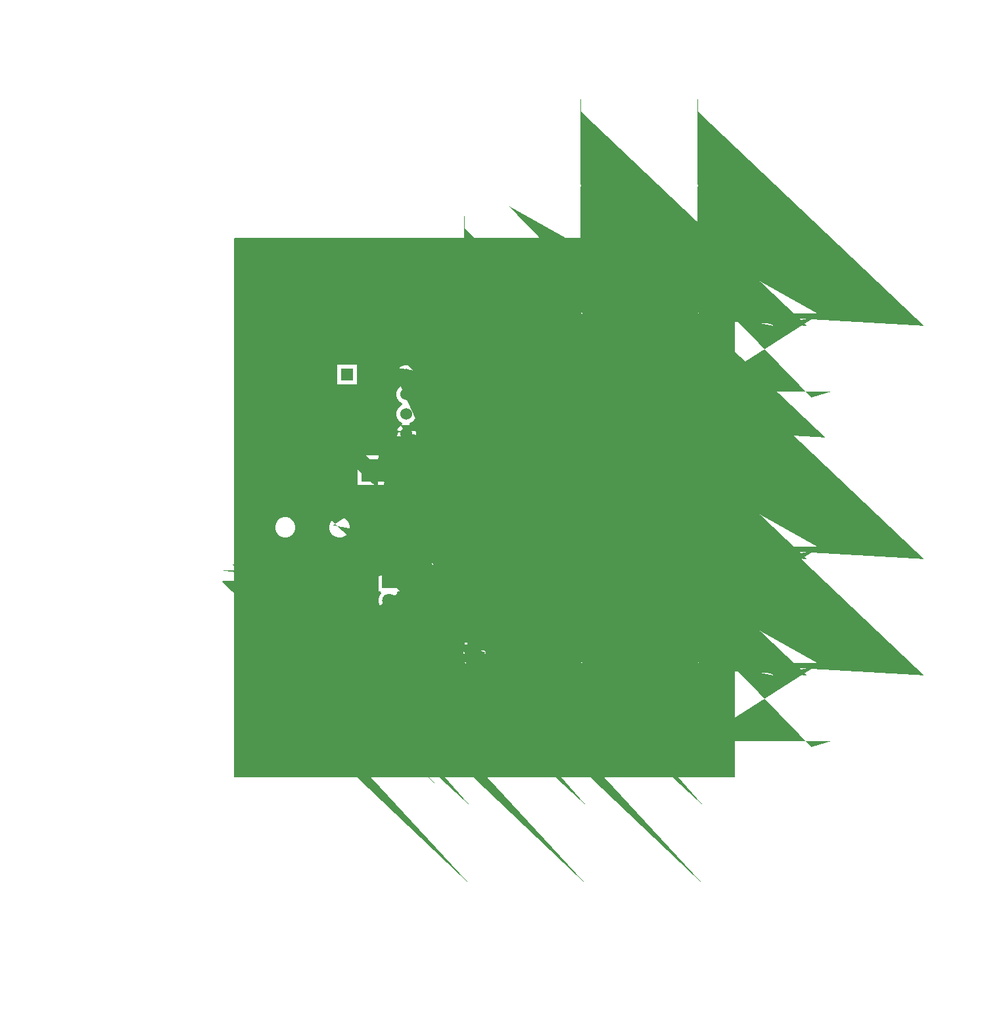
<source format=gbr>
%TF.GenerationSoftware,Flux,Pcbnew,7.0.11-7.0.11~ubuntu20.04.1*%
%TF.CreationDate,2024-06-09T09:19:32+00:00*%
%TF.ProjectId,input,696e7075-742e-46b6-9963-61645f706362,rev?*%
%TF.SameCoordinates,Original*%
%TF.FileFunction,Copper,L3,Inr*%
%TF.FilePolarity,Positive*%
%FSLAX46Y46*%
G04 Gerber Fmt 4.6, Leading zero omitted, Abs format (unit mm)*
G04 Filename: high-quality-audio-amplifier*
G04 Build it with Flux! Visit our site at: https://www.flux.ai (PCBNEW 7.0.11-7.0.11~ubuntu20.04.1) date 2024-06-09 09:19:32*
%MOMM*%
%LPD*%
G01*
G04 APERTURE LIST*
G04 Aperture macros list*
%AMFreePoly0*
4,1,5,0.762000,-0.762000,-0.762000,-0.762000,-0.762000,0.762000,0.762000,0.762000,0.762000,-0.762000,0.762000,-0.762000,$1*%
%AMFreePoly1*
4,1,5,1.400000,-1.400000,-1.400000,-1.400000,-1.400000,1.400000,1.400000,1.400000,1.400000,-1.400000,1.400000,-1.400000,$1*%
%AMFreePoly2*
4,1,5,0.900000,-0.900000,-0.900000,-0.900000,-0.900000,0.900000,0.900000,0.900000,0.900000,-0.900000,0.900000,-0.900000,$1*%
%AMFreePoly3*
4,1,129,0.022069,0.299187,0.036723,0.297744,0.051289,0.295583,0.065730,0.292711,0.080014,0.289133,0.094105,0.284858,0.107969,0.279898,0.121572,0.274263,0.134883,0.267967,0.147869,0.261026,0.160499,0.253456,0.172742,0.245275,0.184569,0.236504,0.195952,0.227163,0.206862,0.217274,0.217274,0.206862,0.227163,0.195952,0.236504,0.184569,0.245275,0.172742,0.253456,0.160499,
0.261026,0.147869,0.267967,0.134883,0.274263,0.121572,0.279898,0.107969,0.284858,0.094105,0.289133,0.080014,0.292711,0.065730,0.295583,0.051289,0.297744,0.036723,0.299187,0.022069,0.299910,0.007362,0.299910,-0.007362,0.299187,-0.022069,0.297744,-0.036723,0.295583,-0.051289,0.292711,-0.065730,0.289133,-0.080014,0.284858,-0.094105,0.279898,-0.107969,0.274263,-0.121572,
0.267967,-0.134883,0.261026,-0.147869,0.253456,-0.160499,0.245275,-0.172742,0.236504,-0.184569,0.227163,-0.195952,0.217274,-0.206862,0.206862,-0.217274,0.195952,-0.227163,0.184569,-0.236504,0.172742,-0.245275,0.160499,-0.253456,0.147869,-0.261026,0.134883,-0.267967,0.121572,-0.274263,0.107969,-0.279898,0.094105,-0.284858,0.080014,-0.289133,0.065730,-0.292711,0.051289,-0.295583,
0.036723,-0.297744,0.022069,-0.299187,0.007362,-0.299910,-0.007362,-0.299910,-0.022069,-0.299187,-0.036723,-0.297744,-0.051289,-0.295583,-0.065730,-0.292711,-0.080014,-0.289133,-0.094105,-0.284858,-0.107969,-0.279898,-0.121572,-0.274263,-0.134883,-0.267967,-0.147869,-0.261026,-0.160499,-0.253456,-0.172742,-0.245275,-0.184569,-0.236504,-0.195952,-0.227163,-0.206862,-0.217274,-0.217274,-0.206862,
-0.227163,-0.195952,-0.236504,-0.184569,-0.245275,-0.172742,-0.253456,-0.160499,-0.261026,-0.147869,-0.267967,-0.134883,-0.274263,-0.121572,-0.279898,-0.107969,-0.284858,-0.094105,-0.289133,-0.080014,-0.292711,-0.065730,-0.295583,-0.051289,-0.297744,-0.036723,-0.299187,-0.022069,-0.299910,-0.007362,-0.299910,0.007362,-0.299187,0.022069,-0.297744,0.036723,-0.295583,0.051289,-0.292711,0.065730,
-0.289133,0.080014,-0.284858,0.094105,-0.279898,0.107969,-0.274263,0.121572,-0.267967,0.134883,-0.261026,0.147869,-0.253456,0.160499,-0.245275,0.172742,-0.236504,0.184569,-0.227163,0.195952,-0.217274,0.206862,-0.206862,0.217274,-0.195952,0.227163,-0.184569,0.236504,-0.172742,0.245275,-0.160499,0.253456,-0.147869,0.261026,-0.134883,0.267967,-0.121572,0.274263,-0.107969,0.279898,
-0.094105,0.284858,-0.080014,0.289133,-0.065730,0.292711,-0.051289,0.295583,-0.036723,0.297744,-0.022069,0.299187,-0.007362,0.299910,0.007362,0.299910,0.022069,0.299187,0.022069,0.299187,$1*%
G04 Aperture macros list end*
%TA.AperFunction,ComponentPad*%
%ADD10C,1.600000*%
%TD*%
%TA.AperFunction,ComponentPad*%
%ADD11FreePoly0,0.000000*%
%TD*%
%TA.AperFunction,ComponentPad*%
%ADD12C,1.524000*%
%TD*%
%TA.AperFunction,ComponentPad*%
%ADD13C,2.800000*%
%TD*%
%TA.AperFunction,ComponentPad*%
%ADD14FreePoly1,270.000000*%
%TD*%
%TA.AperFunction,ComponentPad*%
%ADD15C,1.800000*%
%TD*%
%TA.AperFunction,ComponentPad*%
%ADD16FreePoly2,270.000000*%
%TD*%
%TA.AperFunction,ComponentPad*%
%ADD17C,3.000000*%
%TD*%
%TA.AperFunction,ComponentPad*%
%ADD18FreePoly2,0.000000*%
%TD*%
%TA.AperFunction,ComponentPad*%
%ADD19FreePoly1,0.000000*%
%TD*%
%TA.AperFunction,ComponentPad*%
%ADD20FreePoly3,0.000000*%
%TD*%
G04 APERTURE END LIST*
D10*
%TO.N,N/C*%
%TO.C,*%
X-6846400Y-19396300D03*
X-6846409Y-16896300D03*
D11*
X-17692800Y17136300D03*
D12*
X-17692800Y9516300D03*
X-10072800Y12056300D03*
X-17692800Y12056300D03*
X-10072800Y9516300D03*
X-17692800Y14596300D03*
X-10072800Y17136300D03*
X-10072800Y14596300D03*
D13*
X-765790Y-27110700D03*
D14*
X-765800Y-16950700D03*
D15*
X-12242897Y-11952100D03*
D16*
X-12242900Y-9412100D03*
D17*
X8173400Y-96700D03*
X27583400Y-96700D03*
D15*
X1774200Y2253400D03*
D18*
X-765800Y2253400D03*
D13*
X-4234500Y4834100D03*
D19*
X-14394500Y4834100D03*
D20*
%TO.N,GND*%
X27500000Y25000000D03*
X-2500000Y10000000D03*
X27500000Y-5000000D03*
X12500000Y-5000000D03*
X27500000Y-20000000D03*
X12500000Y-20000000D03*
X-2500000Y-20000000D03*
X12500000Y25000000D03*
X-6762400Y-7309100D03*
X14817500Y10662000D03*
%TD*%
%TA.AperFunction,Conductor*%
%TO.N,GND*%
G36*
X32162000Y-34750000D02*
G01*
X-32162000Y-34750000D01*
X-32250000Y-34662000D01*
X-32250000Y-27022000D01*
X-1460000Y-27022000D01*
X-1460000Y-27201000D01*
X-1414000Y-27375000D01*
X-1412000Y-27380000D01*
X-1320000Y-27538000D01*
X-1193000Y-27665000D01*
X-1035000Y-27756000D01*
X-1034000Y-27757000D01*
X-855000Y-27805000D01*
X-676000Y-27805000D01*
X-495000Y-27756000D01*
X-496000Y-27756000D01*
X-339000Y-27665000D01*
X-210000Y-27537000D01*
X-209000Y-27536000D01*
X-120000Y-27380000D01*
X-119000Y-27379000D01*
X-72000Y-27201000D01*
X-72000Y-27022000D01*
X-120000Y-26842000D01*
X-211000Y-26684000D01*
X-339000Y-26556000D01*
X-497000Y-26465000D01*
X-496000Y-26465000D01*
X-676000Y-26417000D01*
X-856000Y-26417000D01*
X-1034000Y-26464000D01*
X-1035000Y-26465000D01*
X-1191000Y-26554000D01*
X-1192000Y-26555000D01*
X-1320000Y-26684000D01*
X-1412000Y-26842000D01*
X-1460000Y-27022000D01*
X-32250000Y-27022000D01*
X-32250000Y-19229000D01*
X-8140000Y-19229000D01*
X-8140000Y-19564000D01*
X-8051000Y-19897000D01*
X-8050000Y-19900000D01*
X-7882000Y-20189000D01*
X-7639000Y-20432000D01*
X-7350000Y-20599000D01*
X-7347000Y-20600000D01*
X-7014000Y-20689000D01*
X-6679000Y-20689000D01*
X-6346000Y-20600000D01*
X-6347000Y-20600000D01*
X-6051000Y-20430000D01*
X-5812000Y-20190000D01*
X-5811000Y-20189000D01*
X-5689505Y-19980000D01*
X-2649000Y-19980000D01*
X-2649000Y-20020000D01*
X-2639000Y-20057000D01*
X-2619000Y-20091000D01*
X-2591000Y-20119000D01*
X-2557000Y-20139000D01*
X-2520000Y-20149000D01*
X-2480000Y-20149000D01*
X-2443000Y-20139000D01*
X-2409000Y-20119000D01*
X-2381000Y-20091000D01*
X-2361000Y-20057000D01*
X-2351000Y-20020000D01*
X-2351000Y-19980000D01*
X12351000Y-19980000D01*
X12351000Y-20020000D01*
X12361000Y-20057000D01*
X12381000Y-20091000D01*
X12409000Y-20119000D01*
X12443000Y-20139000D01*
X12480000Y-20149000D01*
X12520000Y-20149000D01*
X12557000Y-20139000D01*
X12591000Y-20119000D01*
X12619000Y-20091000D01*
X12639000Y-20057000D01*
X12649000Y-20020000D01*
X12649000Y-19980000D01*
X27351000Y-19980000D01*
X27351000Y-20020000D01*
X27361000Y-20057000D01*
X27381000Y-20091000D01*
X27409000Y-20119000D01*
X27443000Y-20139000D01*
X27480000Y-20149000D01*
X27520000Y-20149000D01*
X27557000Y-20139000D01*
X27591000Y-20119000D01*
X27619000Y-20091000D01*
X27639000Y-20057000D01*
X27649000Y-20020000D01*
X27649000Y-19980000D01*
X27639000Y-19943000D01*
X27619000Y-19909000D01*
X27591000Y-19881000D01*
X27557000Y-19861000D01*
X27520000Y-19851000D01*
X27480000Y-19851000D01*
X27443000Y-19861000D01*
X27409000Y-19881000D01*
X27381000Y-19909000D01*
X27361000Y-19943000D01*
X27351000Y-19980000D01*
X12649000Y-19980000D01*
X12639000Y-19943000D01*
X12619000Y-19909000D01*
X12591000Y-19881000D01*
X12557000Y-19861000D01*
X12520000Y-19851000D01*
X12480000Y-19851000D01*
X12443000Y-19861000D01*
X12409000Y-19881000D01*
X12381000Y-19909000D01*
X12361000Y-19943000D01*
X12351000Y-19980000D01*
X-2351000Y-19980000D01*
X-2361000Y-19943000D01*
X-2381000Y-19909000D01*
X-2409000Y-19881000D01*
X-2443000Y-19861000D01*
X-2480000Y-19851000D01*
X-2520000Y-19851000D01*
X-2557000Y-19861000D01*
X-2591000Y-19881000D01*
X-2619000Y-19909000D01*
X-2639000Y-19943000D01*
X-2649000Y-19980000D01*
X-5689505Y-19980000D01*
X-5643000Y-19900000D01*
X-5642000Y-19897000D01*
X-5553000Y-19564000D01*
X-5553000Y-19229000D01*
X-5642000Y-18896000D01*
X-5642000Y-18895000D01*
X-5811000Y-18603000D01*
X-6053000Y-18361000D01*
X-6343000Y-18193000D01*
X-6346000Y-18192000D01*
X-6679000Y-18103000D01*
X-7015000Y-18103000D01*
X-7348000Y-18192000D01*
X-7641000Y-18363000D01*
X-7880000Y-18601000D01*
X-7881000Y-18602000D01*
X-8051000Y-18895000D01*
X-8051000Y-18896000D01*
X-8140000Y-19229000D01*
X-32250000Y-19229000D01*
X-32250000Y-16847000D01*
X-7243000Y-16847000D01*
X-7243000Y-16947000D01*
X-7215000Y-17050000D01*
X-7163000Y-17141000D01*
X-7091000Y-17213000D01*
X-7000000Y-17265000D01*
X-6897000Y-17293000D01*
X-6797000Y-17293000D01*
X-6691000Y-17265000D01*
X-6692000Y-17265000D01*
X-6604000Y-17215000D01*
X-6530000Y-17141000D01*
X-6478000Y-17050000D01*
X-6450000Y-16947000D01*
X-6450000Y-16847000D01*
X-6478000Y-16742000D01*
X-6528000Y-16654000D01*
X-6604000Y-16578000D01*
X-6692000Y-16528000D01*
X-6691000Y-16528000D01*
X-6796000Y-16500000D01*
X-6897000Y-16500000D01*
X-7000000Y-16528000D01*
X-7091000Y-16580000D01*
X-7165000Y-16654000D01*
X-7215000Y-16742000D01*
X-7243000Y-16847000D01*
X-32250000Y-16847000D01*
X-32250000Y-15051000D01*
X-2666000Y-15051000D01*
X-2666000Y-18851000D01*
X1134000Y-18851000D01*
X1134000Y-15051000D01*
X-2666000Y-15051000D01*
X-32250000Y-15051000D01*
X-32250000Y-8012000D01*
X-13643000Y-8012000D01*
X-13643000Y-10812000D01*
X-13334000Y-10812000D01*
X-13257000Y-10997000D01*
X-13357000Y-11097000D01*
X-13539000Y-11415000D01*
X-13635000Y-11772000D01*
X-13635000Y-12133000D01*
X-13539000Y-12491000D01*
X-13358000Y-12806000D01*
X-13099000Y-13065000D01*
X-12780000Y-13249000D01*
X-12779000Y-13250000D01*
X-12424000Y-13344000D01*
X-12061000Y-13344000D01*
X-11705000Y-13250000D01*
X-11704000Y-13249000D01*
X-11388000Y-13067000D01*
X-11128000Y-12807000D01*
X-10946000Y-12491000D01*
X-10945000Y-12490000D01*
X-10851000Y-12134000D01*
X-10851000Y-11823000D01*
X14260000Y-11823000D01*
X14260000Y-12771000D01*
X14508000Y-13696000D01*
X14509000Y-13699000D01*
X14983000Y-14520000D01*
X15660000Y-15197000D01*
X16481000Y-15671000D01*
X16484000Y-15672000D01*
X17409000Y-15920000D01*
X18358000Y-15920000D01*
X19283000Y-15672000D01*
X19286000Y-15671000D01*
X20107000Y-15197000D01*
X20108000Y-15196000D01*
X20782000Y-14521000D01*
X20783000Y-14520000D01*
X21258000Y-13699000D01*
X21259000Y-13696000D01*
X21506000Y-12771000D01*
X21506000Y-11823000D01*
X21259000Y-10897000D01*
X21258000Y-10894000D01*
X20783000Y-10073000D01*
X20107000Y-9397000D01*
X19286000Y-8922000D01*
X19283000Y-8921000D01*
X18358000Y-8674000D01*
X17409000Y-8674000D01*
X16484000Y-8921000D01*
X16481000Y-8922000D01*
X15660000Y-9397000D01*
X15659000Y-9398000D01*
X14984000Y-10072000D01*
X14983000Y-10073000D01*
X14508000Y-10897000D01*
X14260000Y-11823000D01*
X-10851000Y-11823000D01*
X-10851000Y-11771000D01*
X-10945000Y-11416000D01*
X-10946000Y-11415000D01*
X-11130000Y-11096000D01*
X-11229000Y-10997000D01*
X-11152000Y-10812000D01*
X-10843000Y-10812000D01*
X-10843000Y-8012000D01*
X-13643000Y-8012000D01*
X-32250000Y-8012000D01*
X-32250000Y-7290000D01*
X-6911000Y-7290000D01*
X-6911000Y-7329000D01*
X-6901000Y-7367000D01*
X-6881000Y-7400000D01*
X-6854000Y-7428000D01*
X-6820000Y-7448000D01*
X-6782000Y-7458000D01*
X-6743000Y-7458000D01*
X-6705000Y-7448000D01*
X-6671000Y-7428000D01*
X-6643000Y-7400000D01*
X-6624000Y-7367000D01*
X-6614000Y-7329000D01*
X-6614000Y-7290000D01*
X-6624000Y-7252000D01*
X-6643000Y-7218000D01*
X-6671000Y-7190000D01*
X-6705000Y-7171000D01*
X-6743000Y-7160000D01*
X-6782000Y-7160000D01*
X-6820000Y-7171000D01*
X-6854000Y-7190000D01*
X-6881000Y-7218000D01*
X-6901000Y-7252000D01*
X-6911000Y-7290000D01*
X-32250000Y-7290000D01*
X-32250000Y-4980000D01*
X12351000Y-4980000D01*
X12351000Y-5020000D01*
X12361000Y-5057000D01*
X12381000Y-5091000D01*
X12409000Y-5119000D01*
X12443000Y-5139000D01*
X12480000Y-5149000D01*
X12520000Y-5149000D01*
X12557000Y-5139000D01*
X12591000Y-5119000D01*
X12619000Y-5091000D01*
X12639000Y-5057000D01*
X12649000Y-5020000D01*
X12649000Y-4980000D01*
X27351000Y-4980000D01*
X27351000Y-5020000D01*
X27361000Y-5057000D01*
X27381000Y-5091000D01*
X27409000Y-5119000D01*
X27443000Y-5139000D01*
X27480000Y-5149000D01*
X27520000Y-5149000D01*
X27557000Y-5139000D01*
X27591000Y-5119000D01*
X27619000Y-5091000D01*
X27639000Y-5057000D01*
X27649000Y-5020000D01*
X27649000Y-4980000D01*
X27639000Y-4943000D01*
X27619000Y-4909000D01*
X27591000Y-4881000D01*
X27557000Y-4861000D01*
X27520000Y-4851000D01*
X27480000Y-4851000D01*
X27443000Y-4861000D01*
X27409000Y-4881000D01*
X27381000Y-4909000D01*
X27361000Y-4943000D01*
X27351000Y-4980000D01*
X12649000Y-4980000D01*
X12639000Y-4943000D01*
X12619000Y-4909000D01*
X12591000Y-4881000D01*
X12557000Y-4861000D01*
X12520000Y-4851000D01*
X12480000Y-4851000D01*
X12443000Y-4861000D01*
X12409000Y-4881000D01*
X12381000Y-4909000D01*
X12361000Y-4943000D01*
X12351000Y-4980000D01*
X-32250000Y-4980000D01*
X-32250000Y-2365000D01*
X-26936000Y-2365000D01*
X-26936000Y-2700000D01*
X-26847000Y-3032000D01*
X-26677000Y-3328000D01*
X-26438000Y-3567000D01*
X-26142000Y-3737000D01*
X-25810000Y-3826000D01*
X-25476000Y-3826000D01*
X-25143000Y-3737000D01*
X-25144000Y-3737000D01*
X-24848000Y-3567000D01*
X-24609000Y-3328000D01*
X-24439000Y-3032000D01*
X-24350000Y-2700000D01*
X-24350000Y-2365000D01*
X-19936000Y-2365000D01*
X-19936000Y-2700000D01*
X-19847000Y-3032000D01*
X-19677000Y-3328000D01*
X-19438000Y-3567000D01*
X-19142000Y-3737000D01*
X-18810000Y-3826000D01*
X-18476000Y-3826000D01*
X-18143000Y-3737000D01*
X-18144000Y-3737000D01*
X-17848000Y-3567000D01*
X-17609000Y-3328000D01*
X-17439000Y-3032000D01*
X-17350000Y-2700000D01*
X-17350000Y-2365000D01*
X-17439000Y-2033000D01*
X-17609000Y-1738000D01*
X-17848000Y-1499000D01*
X-18144000Y-1329000D01*
X-18143000Y-1329000D01*
X-18476000Y-1240000D01*
X-18810000Y-1240000D01*
X-19142000Y-1329000D01*
X-19438000Y-1499000D01*
X-19677000Y-1738000D01*
X-19847000Y-2033000D01*
X-19936000Y-2365000D01*
X-24350000Y-2365000D01*
X-24439000Y-2033000D01*
X-24609000Y-1738000D01*
X-24848000Y-1499000D01*
X-25144000Y-1329000D01*
X-25143000Y-1329000D01*
X-25476000Y-1240000D01*
X-25810000Y-1240000D01*
X-26142000Y-1329000D01*
X-26438000Y-1499000D01*
X-26677000Y-1738000D01*
X-26847000Y-2033000D01*
X-26936000Y-2365000D01*
X-32250000Y-2365000D01*
X-32250000Y0D01*
X7430000Y0D01*
X7430000Y-194000D01*
X7479000Y-380000D01*
X7482000Y-388000D01*
X7577000Y-552000D01*
X7718000Y-693000D01*
X7882000Y-788000D01*
X7885000Y-789000D01*
X8075000Y-840000D01*
X8270000Y-840000D01*
X8460000Y-790000D01*
X8461000Y-789000D01*
X8629000Y-693000D01*
X8630000Y-692000D01*
X8768000Y-553000D01*
X8769000Y-552000D01*
X8865000Y-387000D01*
X8917000Y-193000D01*
X8917000Y-1000D01*
X8872854Y162000D01*
X25596000Y162000D01*
X25596000Y-355000D01*
X25733000Y-865000D01*
X25994000Y-1318000D01*
X26364000Y-1688000D01*
X26812000Y-1947000D01*
X26815000Y-1948000D01*
X27325000Y-2084000D01*
X27842000Y-2084000D01*
X28352000Y-1948000D01*
X28351000Y-1948000D01*
X28803000Y-1688000D01*
X28804000Y-1687000D01*
X29173000Y-1317000D01*
X29174000Y-1316000D01*
X29433000Y-868000D01*
X29434000Y-865000D01*
X29571000Y-355000D01*
X29571000Y162000D01*
X29434000Y672000D01*
X29433000Y675000D01*
X29174000Y1122000D01*
X29173000Y1123000D01*
X28804000Y1493000D01*
X28803000Y1494000D01*
X28351000Y1754000D01*
X28352000Y1754000D01*
X27842000Y1890000D01*
X27325000Y1890000D01*
X26815000Y1754000D01*
X26812000Y1753000D01*
X26364000Y1494000D01*
X25994000Y1124000D01*
X25733000Y671000D01*
X25596000Y162000D01*
X8872854Y162000D01*
X8865000Y191000D01*
X8767000Y361000D01*
X8631000Y497000D01*
X8461000Y595000D01*
X8462000Y595000D01*
X8269000Y647000D01*
X8079000Y647000D01*
X7885000Y595000D01*
X7882000Y594000D01*
X7718000Y499000D01*
X7717000Y498000D01*
X7578000Y360000D01*
X7577000Y359000D01*
X7481000Y191000D01*
X7480000Y190000D01*
X7430000Y0D01*
X-32250000Y0D01*
X-32250000Y2313000D01*
X-1212000Y2313000D01*
X-1212000Y2193000D01*
X-1183000Y2083000D01*
X-1124000Y1980000D01*
X-1041000Y1897000D01*
X-1038000Y1895000D01*
X-943000Y1840000D01*
X-938000Y1838000D01*
X-823000Y1807000D01*
X-709000Y1807000D01*
X-594000Y1838000D01*
X-589000Y1840000D01*
X-494000Y1895000D01*
X-491000Y1897000D01*
X-408000Y1980000D01*
X-349000Y2083000D01*
X-320000Y2193000D01*
X-320000Y2313000D01*
X-349000Y2422000D01*
X-353000Y2432000D01*
X-354152Y2434000D01*
X382000Y2434000D01*
X382000Y2071000D01*
X478000Y1715000D01*
X660000Y1399000D01*
X918000Y1140000D01*
X1237000Y957000D01*
X1594000Y861000D01*
X1955000Y861000D01*
X2314000Y957000D01*
X2313000Y957000D01*
X2629000Y1138000D01*
X2630000Y1139000D01*
X2887000Y1398000D01*
X3071000Y1714000D01*
X3167000Y2071000D01*
X3167000Y2434000D01*
X3071000Y2793000D01*
X3070000Y2796000D01*
X2889000Y3108000D01*
X2629000Y3368000D01*
X2317000Y3549000D01*
X2314000Y3550000D01*
X1955000Y3646000D01*
X1594000Y3646000D01*
X1236000Y3550000D01*
X1233000Y3549000D01*
X920000Y3368000D01*
X659000Y3107000D01*
X478000Y2792000D01*
X382000Y2434000D01*
X-354152Y2434000D01*
X-406000Y2524000D01*
X-493000Y2611000D01*
X-592000Y2668000D01*
X-591000Y2668000D01*
X-709000Y2700000D01*
X-823000Y2700000D01*
X-940000Y2668000D01*
X-1039000Y2611000D01*
X-1126000Y2524000D01*
X-1179000Y2432000D01*
X-1183000Y2422000D01*
X-1212000Y2313000D01*
X-32250000Y2313000D01*
X-32250000Y6734000D01*
X-16294000Y6734000D01*
X-16294000Y2934000D01*
X-12494000Y2934000D01*
X-12494000Y5080000D01*
X-6123000Y5080000D01*
X-6123000Y4588000D01*
X-5993000Y4103000D01*
X-5992000Y4100000D01*
X-5746000Y3676000D01*
X-5745000Y3675000D01*
X-5395000Y3324000D01*
X-4964000Y3076000D01*
X-4480000Y2946000D01*
X-3989000Y2946000D01*
X-3504000Y3076000D01*
X-3505000Y3076000D01*
X-3074000Y3324000D01*
X-2724000Y3675000D01*
X-2723000Y3676000D01*
X-2477000Y4100000D01*
X-2476000Y4103000D01*
X-2346000Y4588000D01*
X-2346000Y5080000D01*
X-2476000Y5565000D01*
X-2477000Y5568000D01*
X-2723000Y5992000D01*
X-2724000Y5993000D01*
X-3075000Y6345000D01*
X-3076000Y6346000D01*
X-3505000Y6593000D01*
X-3504000Y6593000D01*
X-3989000Y6722000D01*
X-4480000Y6722000D01*
X-4964000Y6593000D01*
X-5393000Y6346000D01*
X-5394000Y6345000D01*
X-5745000Y5993000D01*
X-5746000Y5992000D01*
X-5992000Y5568000D01*
X-5993000Y5565000D01*
X-6123000Y5080000D01*
X-12494000Y5080000D01*
X-12494000Y6734000D01*
X-16294000Y6734000D01*
X-32250000Y6734000D01*
X-32250000Y9567000D01*
X-18096000Y9567000D01*
X-18096000Y9465000D01*
X-18067000Y9359000D01*
X-18013000Y9267000D01*
X-17942000Y9196000D01*
X-17848000Y9141000D01*
X-17744000Y9113000D01*
X-17642000Y9113000D01*
X-17537000Y9141000D01*
X-17443000Y9196000D01*
X-17371000Y9268000D01*
X-17318000Y9359000D01*
X-17290000Y9464000D01*
X-17290000Y9571000D01*
X-17315000Y9667000D01*
X-17315000Y9668000D01*
X-17371000Y9765000D01*
X-17444000Y9838000D01*
X-17540000Y9893000D01*
X-17638000Y9919000D01*
X-17745000Y9919000D01*
X-17848000Y9892000D01*
X-17849000Y9891000D01*
X-17941000Y9838000D01*
X-18013000Y9766000D01*
X-18068000Y9671000D01*
X-18096000Y9567000D01*
X-32250000Y9567000D01*
X-32250000Y12107000D01*
X-18096000Y12107000D01*
X-18096000Y12005000D01*
X-18067000Y11899000D01*
X-18013000Y11807000D01*
X-17942000Y11736000D01*
X-17848000Y11681000D01*
X-17744000Y11653000D01*
X-17642000Y11653000D01*
X-17537000Y11681000D01*
X-17443000Y11736000D01*
X-17371000Y11808000D01*
X-17318000Y11899000D01*
X-17290000Y12004000D01*
X-17290000Y12111000D01*
X-17315000Y12207000D01*
X-17315000Y12208000D01*
X-17371000Y12305000D01*
X-17444000Y12378000D01*
X-17540000Y12433000D01*
X-17638000Y12459000D01*
X-17745000Y12459000D01*
X-17848000Y12432000D01*
X-17849000Y12431000D01*
X-17941000Y12378000D01*
X-18013000Y12306000D01*
X-18068000Y12211000D01*
X-18096000Y12107000D01*
X-32250000Y12107000D01*
X-32250000Y14647000D01*
X-18096000Y14647000D01*
X-18096000Y14545000D01*
X-18067000Y14439000D01*
X-18013000Y14347000D01*
X-17942000Y14276000D01*
X-17848000Y14221000D01*
X-17744000Y14193000D01*
X-17642000Y14193000D01*
X-17537000Y14221000D01*
X-17443000Y14276000D01*
X-17371000Y14348000D01*
X-17318000Y14439000D01*
X-17290000Y14544000D01*
X-17290000Y14651000D01*
X-17315000Y14747000D01*
X-17315000Y14748000D01*
X-17371000Y14845000D01*
X-17444000Y14918000D01*
X-17540000Y14973000D01*
X-17638000Y14999000D01*
X-17745000Y14999000D01*
X-17848000Y14972000D01*
X-17849000Y14971000D01*
X-17941000Y14918000D01*
X-18013000Y14846000D01*
X-18068000Y14751000D01*
X-18096000Y14647000D01*
X-32250000Y14647000D01*
X-32250000Y18398000D01*
X-18955000Y18398000D01*
X-18955000Y15874000D01*
X-16431000Y15874000D01*
X-16431000Y17300000D01*
X-11328000Y17300000D01*
X-11328000Y16973000D01*
X-11243000Y16652000D01*
X-11242000Y16651000D01*
X-11078000Y16366000D01*
X-10843000Y16131000D01*
X-10534000Y15953000D01*
X-10534000Y15779000D01*
X-10845000Y15600000D01*
X-11077000Y15367000D01*
X-11078000Y15366000D01*
X-11241000Y15085000D01*
X-11244000Y15077000D01*
X-11328000Y14760000D01*
X-11328000Y14433000D01*
X-11243000Y14112000D01*
X-11242000Y14111000D01*
X-11078000Y13826000D01*
X-10843000Y13591000D01*
X-10534000Y13413000D01*
X-10534000Y13239000D01*
X-10845000Y13060000D01*
X-11077000Y12827000D01*
X-11078000Y12826000D01*
X-11241000Y12545000D01*
X-11244000Y12537000D01*
X-11328000Y12220000D01*
X-11328000Y11893000D01*
X-11243000Y11572000D01*
X-11242000Y11571000D01*
X-11078000Y11286000D01*
X-10843000Y11051000D01*
X-10534000Y10873000D01*
X-10534000Y10699000D01*
X-10845000Y10520000D01*
X-11077000Y10287000D01*
X-11078000Y10286000D01*
X-11241000Y10005000D01*
X-11244000Y9997000D01*
X-11328000Y9680000D01*
X-11328000Y9353000D01*
X-11243000Y9032000D01*
X-11242000Y9031000D01*
X-11078000Y8746000D01*
X-10843000Y8511000D01*
X-10558000Y8347000D01*
X-10557000Y8346000D01*
X-10236000Y8261000D01*
X-9909000Y8261000D01*
X-9589000Y8346000D01*
X-9584000Y8348000D01*
X-9303000Y8511000D01*
X-9302000Y8512000D01*
X-9069000Y8744000D01*
X-8904000Y9031000D01*
X-8817000Y9351000D01*
X-8817000Y9681000D01*
X-8904000Y10003000D01*
X-8913842Y10020000D01*
X-2649000Y10020000D01*
X-2649000Y9980000D01*
X-2639000Y9943000D01*
X-2619000Y9909000D01*
X-2591000Y9881000D01*
X-2557000Y9861000D01*
X-2520000Y9851000D01*
X-2480000Y9851000D01*
X-2443000Y9861000D01*
X-2409000Y9881000D01*
X-2381000Y9909000D01*
X-2361000Y9943000D01*
X-2351000Y9980000D01*
X-2351000Y10020000D01*
X-2361000Y10057000D01*
X-2381000Y10091000D01*
X-2409000Y10119000D01*
X-2443000Y10139000D01*
X-2480000Y10149000D01*
X-2520000Y10149000D01*
X-2557000Y10139000D01*
X-2591000Y10119000D01*
X-2619000Y10091000D01*
X-2639000Y10057000D01*
X-2649000Y10020000D01*
X-8913842Y10020000D01*
X-9069000Y10288000D01*
X-9301000Y10520000D01*
X-9581559Y10682000D01*
X14669000Y10682000D01*
X14669000Y10642000D01*
X14679000Y10605000D01*
X14698000Y10571000D01*
X14726000Y10543000D01*
X14760000Y10523000D01*
X14798000Y10513000D01*
X14837000Y10513000D01*
X14875000Y10523000D01*
X14909000Y10543000D01*
X14937000Y10571000D01*
X14956000Y10605000D01*
X14966000Y10642000D01*
X14966000Y10682000D01*
X14956000Y10719000D01*
X14937000Y10753000D01*
X14909000Y10781000D01*
X14875000Y10801000D01*
X14837000Y10811000D01*
X14798000Y10811000D01*
X14760000Y10801000D01*
X14726000Y10781000D01*
X14698000Y10753000D01*
X14679000Y10719000D01*
X14669000Y10682000D01*
X-9581559Y10682000D01*
X-9611000Y10699000D01*
X-9611000Y10872000D01*
X-9303000Y11051000D01*
X-9302000Y11052000D01*
X-9069000Y11284000D01*
X-8904000Y11571000D01*
X-8817000Y11891000D01*
X-8817000Y12221000D01*
X-8904000Y12543000D01*
X-9069000Y12828000D01*
X-9301000Y13060000D01*
X-9611000Y13239000D01*
X-9611000Y13412000D01*
X-9303000Y13591000D01*
X-9302000Y13592000D01*
X-9069000Y13824000D01*
X-8904000Y14111000D01*
X-8817000Y14431000D01*
X-8817000Y14761000D01*
X-8904000Y15083000D01*
X-9069000Y15368000D01*
X-9301000Y15600000D01*
X-9611000Y15779000D01*
X-9611000Y15952000D01*
X-9303000Y16131000D01*
X-9302000Y16132000D01*
X-9069000Y16364000D01*
X-8904000Y16651000D01*
X-8817000Y16972000D01*
X-8817000Y17301000D01*
X-8904000Y17623000D01*
X-9069000Y17908000D01*
X-9301000Y18140000D01*
X-9586000Y18305000D01*
X-9585000Y18305000D01*
X-9908000Y18392000D01*
X-10237000Y18392000D01*
X-10558000Y18305000D01*
X-10845000Y18140000D01*
X-11077000Y17907000D01*
X-11078000Y17906000D01*
X-11241000Y17625000D01*
X-11244000Y17617000D01*
X-11328000Y17300000D01*
X-16431000Y17300000D01*
X-16431000Y18398000D01*
X-18955000Y18398000D01*
X-32250000Y18398000D01*
X-32250000Y25020000D01*
X12351000Y25020000D01*
X12351000Y24980000D01*
X12361000Y24943000D01*
X12381000Y24909000D01*
X12409000Y24881000D01*
X12443000Y24861000D01*
X12480000Y24851000D01*
X12520000Y24851000D01*
X12557000Y24861000D01*
X12591000Y24881000D01*
X12619000Y24909000D01*
X12639000Y24943000D01*
X12649000Y24980000D01*
X12649000Y25020000D01*
X27351000Y25020000D01*
X27351000Y24980000D01*
X27361000Y24943000D01*
X27381000Y24909000D01*
X27409000Y24881000D01*
X27443000Y24861000D01*
X27480000Y24851000D01*
X27520000Y24851000D01*
X27557000Y24861000D01*
X27591000Y24881000D01*
X27619000Y24909000D01*
X27639000Y24943000D01*
X27649000Y24980000D01*
X27649000Y25020000D01*
X27639000Y25057000D01*
X27619000Y25091000D01*
X27591000Y25119000D01*
X27557000Y25139000D01*
X27520000Y25149000D01*
X27480000Y25149000D01*
X27443000Y25139000D01*
X27409000Y25119000D01*
X27381000Y25091000D01*
X27361000Y25057000D01*
X27351000Y25020000D01*
X12649000Y25020000D01*
X12639000Y25057000D01*
X12619000Y25091000D01*
X12591000Y25119000D01*
X12557000Y25139000D01*
X12520000Y25149000D01*
X12480000Y25149000D01*
X12443000Y25139000D01*
X12409000Y25119000D01*
X12381000Y25091000D01*
X12361000Y25057000D01*
X12351000Y25020000D01*
X-32250000Y25020000D01*
X-32250000Y34662000D01*
X-32162000Y34750000D01*
X32162000Y34750000D01*
X32250000Y34662000D01*
X32250000Y-34662000D01*
X32162000Y-34750000D01*
G37*
%TD.AperFunction*%
%TD*%
M02*

</source>
